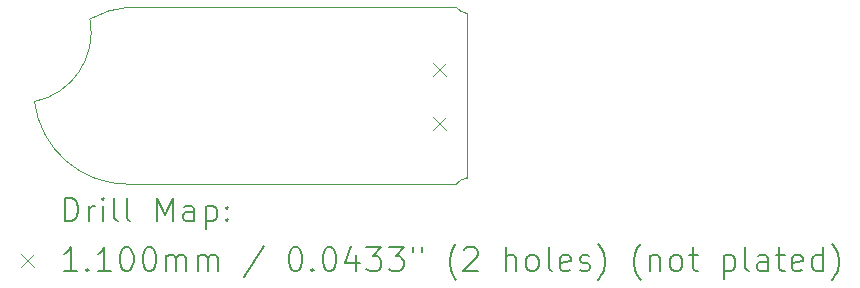
<source format=gbr>
%TF.GenerationSoftware,KiCad,Pcbnew,7.0.6*%
%TF.CreationDate,2023-08-02T13:54:50-07:00*%
%TF.ProjectId,ovrdrive,6f767264-7269-4766-952e-6b696361645f,rev?*%
%TF.SameCoordinates,Original*%
%TF.FileFunction,Drillmap*%
%TF.FilePolarity,Positive*%
%FSLAX45Y45*%
G04 Gerber Fmt 4.5, Leading zero omitted, Abs format (unit mm)*
G04 Created by KiCad (PCBNEW 7.0.6) date 2023-08-02 13:54:50*
%MOMM*%
%LPD*%
G01*
G04 APERTURE LIST*
%ADD10C,0.050000*%
%ADD11C,0.200000*%
%ADD12C,0.110000*%
G04 APERTURE END LIST*
D10*
X11579998Y-9662374D02*
G75*
G03*
X11250000Y-9762372I61552J-797626D01*
G01*
X11580000Y-11162372D02*
X14348446Y-11162372D01*
X10780005Y-10462372D02*
G75*
G03*
X11580000Y-11162372I793725J99972D01*
G01*
X14443451Y-11107373D02*
G75*
G03*
X14348452Y-11162372I32589J-165837D01*
G01*
X10780000Y-10462372D02*
G75*
G03*
X11250001Y-9762376I-119451J587989D01*
G01*
X14348452Y-9662371D02*
G75*
G03*
X14443451Y-9717372I127588J110831D01*
G01*
X14443446Y-9717372D02*
X14443446Y-11107372D01*
X11580000Y-9662372D02*
X14348446Y-9662372D01*
D11*
D12*
X14155000Y-10135000D02*
X14265000Y-10245000D01*
X14265000Y-10135000D02*
X14155000Y-10245000D01*
X14155000Y-10595000D02*
X14265000Y-10705000D01*
X14265000Y-10595000D02*
X14155000Y-10705000D01*
D11*
X11038277Y-11476380D02*
X11038277Y-11276380D01*
X11038277Y-11276380D02*
X11085896Y-11276380D01*
X11085896Y-11276380D02*
X11114467Y-11285904D01*
X11114467Y-11285904D02*
X11133515Y-11304952D01*
X11133515Y-11304952D02*
X11143039Y-11323999D01*
X11143039Y-11323999D02*
X11152562Y-11362094D01*
X11152562Y-11362094D02*
X11152562Y-11390666D01*
X11152562Y-11390666D02*
X11143039Y-11428761D01*
X11143039Y-11428761D02*
X11133515Y-11447809D01*
X11133515Y-11447809D02*
X11114467Y-11466856D01*
X11114467Y-11466856D02*
X11085896Y-11476380D01*
X11085896Y-11476380D02*
X11038277Y-11476380D01*
X11238277Y-11476380D02*
X11238277Y-11343047D01*
X11238277Y-11381142D02*
X11247800Y-11362094D01*
X11247800Y-11362094D02*
X11257324Y-11352571D01*
X11257324Y-11352571D02*
X11276372Y-11343047D01*
X11276372Y-11343047D02*
X11295420Y-11343047D01*
X11362086Y-11476380D02*
X11362086Y-11343047D01*
X11362086Y-11276380D02*
X11352562Y-11285904D01*
X11352562Y-11285904D02*
X11362086Y-11295428D01*
X11362086Y-11295428D02*
X11371610Y-11285904D01*
X11371610Y-11285904D02*
X11362086Y-11276380D01*
X11362086Y-11276380D02*
X11362086Y-11295428D01*
X11485896Y-11476380D02*
X11466848Y-11466856D01*
X11466848Y-11466856D02*
X11457324Y-11447809D01*
X11457324Y-11447809D02*
X11457324Y-11276380D01*
X11590658Y-11476380D02*
X11571610Y-11466856D01*
X11571610Y-11466856D02*
X11562086Y-11447809D01*
X11562086Y-11447809D02*
X11562086Y-11276380D01*
X11819229Y-11476380D02*
X11819229Y-11276380D01*
X11819229Y-11276380D02*
X11885896Y-11419237D01*
X11885896Y-11419237D02*
X11952562Y-11276380D01*
X11952562Y-11276380D02*
X11952562Y-11476380D01*
X12133515Y-11476380D02*
X12133515Y-11371618D01*
X12133515Y-11371618D02*
X12123991Y-11352571D01*
X12123991Y-11352571D02*
X12104943Y-11343047D01*
X12104943Y-11343047D02*
X12066848Y-11343047D01*
X12066848Y-11343047D02*
X12047800Y-11352571D01*
X12133515Y-11466856D02*
X12114467Y-11476380D01*
X12114467Y-11476380D02*
X12066848Y-11476380D01*
X12066848Y-11476380D02*
X12047800Y-11466856D01*
X12047800Y-11466856D02*
X12038277Y-11447809D01*
X12038277Y-11447809D02*
X12038277Y-11428761D01*
X12038277Y-11428761D02*
X12047800Y-11409714D01*
X12047800Y-11409714D02*
X12066848Y-11400190D01*
X12066848Y-11400190D02*
X12114467Y-11400190D01*
X12114467Y-11400190D02*
X12133515Y-11390666D01*
X12228753Y-11343047D02*
X12228753Y-11543047D01*
X12228753Y-11352571D02*
X12247800Y-11343047D01*
X12247800Y-11343047D02*
X12285896Y-11343047D01*
X12285896Y-11343047D02*
X12304943Y-11352571D01*
X12304943Y-11352571D02*
X12314467Y-11362094D01*
X12314467Y-11362094D02*
X12323991Y-11381142D01*
X12323991Y-11381142D02*
X12323991Y-11438285D01*
X12323991Y-11438285D02*
X12314467Y-11457333D01*
X12314467Y-11457333D02*
X12304943Y-11466856D01*
X12304943Y-11466856D02*
X12285896Y-11476380D01*
X12285896Y-11476380D02*
X12247800Y-11476380D01*
X12247800Y-11476380D02*
X12228753Y-11466856D01*
X12409705Y-11457333D02*
X12419229Y-11466856D01*
X12419229Y-11466856D02*
X12409705Y-11476380D01*
X12409705Y-11476380D02*
X12400181Y-11466856D01*
X12400181Y-11466856D02*
X12409705Y-11457333D01*
X12409705Y-11457333D02*
X12409705Y-11476380D01*
X12409705Y-11352571D02*
X12419229Y-11362094D01*
X12419229Y-11362094D02*
X12409705Y-11371618D01*
X12409705Y-11371618D02*
X12400181Y-11362094D01*
X12400181Y-11362094D02*
X12409705Y-11352571D01*
X12409705Y-11352571D02*
X12409705Y-11371618D01*
D12*
X10667500Y-11749896D02*
X10777500Y-11859896D01*
X10777500Y-11749896D02*
X10667500Y-11859896D01*
D11*
X11143039Y-11896380D02*
X11028753Y-11896380D01*
X11085896Y-11896380D02*
X11085896Y-11696380D01*
X11085896Y-11696380D02*
X11066848Y-11724952D01*
X11066848Y-11724952D02*
X11047801Y-11743999D01*
X11047801Y-11743999D02*
X11028753Y-11753523D01*
X11228753Y-11877333D02*
X11238277Y-11886856D01*
X11238277Y-11886856D02*
X11228753Y-11896380D01*
X11228753Y-11896380D02*
X11219229Y-11886856D01*
X11219229Y-11886856D02*
X11228753Y-11877333D01*
X11228753Y-11877333D02*
X11228753Y-11896380D01*
X11428753Y-11896380D02*
X11314467Y-11896380D01*
X11371610Y-11896380D02*
X11371610Y-11696380D01*
X11371610Y-11696380D02*
X11352562Y-11724952D01*
X11352562Y-11724952D02*
X11333515Y-11743999D01*
X11333515Y-11743999D02*
X11314467Y-11753523D01*
X11552562Y-11696380D02*
X11571610Y-11696380D01*
X11571610Y-11696380D02*
X11590658Y-11705904D01*
X11590658Y-11705904D02*
X11600181Y-11715428D01*
X11600181Y-11715428D02*
X11609705Y-11734475D01*
X11609705Y-11734475D02*
X11619229Y-11772571D01*
X11619229Y-11772571D02*
X11619229Y-11820190D01*
X11619229Y-11820190D02*
X11609705Y-11858285D01*
X11609705Y-11858285D02*
X11600181Y-11877333D01*
X11600181Y-11877333D02*
X11590658Y-11886856D01*
X11590658Y-11886856D02*
X11571610Y-11896380D01*
X11571610Y-11896380D02*
X11552562Y-11896380D01*
X11552562Y-11896380D02*
X11533515Y-11886856D01*
X11533515Y-11886856D02*
X11523991Y-11877333D01*
X11523991Y-11877333D02*
X11514467Y-11858285D01*
X11514467Y-11858285D02*
X11504943Y-11820190D01*
X11504943Y-11820190D02*
X11504943Y-11772571D01*
X11504943Y-11772571D02*
X11514467Y-11734475D01*
X11514467Y-11734475D02*
X11523991Y-11715428D01*
X11523991Y-11715428D02*
X11533515Y-11705904D01*
X11533515Y-11705904D02*
X11552562Y-11696380D01*
X11743039Y-11696380D02*
X11762086Y-11696380D01*
X11762086Y-11696380D02*
X11781134Y-11705904D01*
X11781134Y-11705904D02*
X11790658Y-11715428D01*
X11790658Y-11715428D02*
X11800181Y-11734475D01*
X11800181Y-11734475D02*
X11809705Y-11772571D01*
X11809705Y-11772571D02*
X11809705Y-11820190D01*
X11809705Y-11820190D02*
X11800181Y-11858285D01*
X11800181Y-11858285D02*
X11790658Y-11877333D01*
X11790658Y-11877333D02*
X11781134Y-11886856D01*
X11781134Y-11886856D02*
X11762086Y-11896380D01*
X11762086Y-11896380D02*
X11743039Y-11896380D01*
X11743039Y-11896380D02*
X11723991Y-11886856D01*
X11723991Y-11886856D02*
X11714467Y-11877333D01*
X11714467Y-11877333D02*
X11704943Y-11858285D01*
X11704943Y-11858285D02*
X11695420Y-11820190D01*
X11695420Y-11820190D02*
X11695420Y-11772571D01*
X11695420Y-11772571D02*
X11704943Y-11734475D01*
X11704943Y-11734475D02*
X11714467Y-11715428D01*
X11714467Y-11715428D02*
X11723991Y-11705904D01*
X11723991Y-11705904D02*
X11743039Y-11696380D01*
X11895420Y-11896380D02*
X11895420Y-11763047D01*
X11895420Y-11782094D02*
X11904943Y-11772571D01*
X11904943Y-11772571D02*
X11923991Y-11763047D01*
X11923991Y-11763047D02*
X11952562Y-11763047D01*
X11952562Y-11763047D02*
X11971610Y-11772571D01*
X11971610Y-11772571D02*
X11981134Y-11791618D01*
X11981134Y-11791618D02*
X11981134Y-11896380D01*
X11981134Y-11791618D02*
X11990658Y-11772571D01*
X11990658Y-11772571D02*
X12009705Y-11763047D01*
X12009705Y-11763047D02*
X12038277Y-11763047D01*
X12038277Y-11763047D02*
X12057324Y-11772571D01*
X12057324Y-11772571D02*
X12066848Y-11791618D01*
X12066848Y-11791618D02*
X12066848Y-11896380D01*
X12162086Y-11896380D02*
X12162086Y-11763047D01*
X12162086Y-11782094D02*
X12171610Y-11772571D01*
X12171610Y-11772571D02*
X12190658Y-11763047D01*
X12190658Y-11763047D02*
X12219229Y-11763047D01*
X12219229Y-11763047D02*
X12238277Y-11772571D01*
X12238277Y-11772571D02*
X12247801Y-11791618D01*
X12247801Y-11791618D02*
X12247801Y-11896380D01*
X12247801Y-11791618D02*
X12257324Y-11772571D01*
X12257324Y-11772571D02*
X12276372Y-11763047D01*
X12276372Y-11763047D02*
X12304943Y-11763047D01*
X12304943Y-11763047D02*
X12323991Y-11772571D01*
X12323991Y-11772571D02*
X12333515Y-11791618D01*
X12333515Y-11791618D02*
X12333515Y-11896380D01*
X12723991Y-11686856D02*
X12552563Y-11943999D01*
X12981134Y-11696380D02*
X13000182Y-11696380D01*
X13000182Y-11696380D02*
X13019229Y-11705904D01*
X13019229Y-11705904D02*
X13028753Y-11715428D01*
X13028753Y-11715428D02*
X13038277Y-11734475D01*
X13038277Y-11734475D02*
X13047801Y-11772571D01*
X13047801Y-11772571D02*
X13047801Y-11820190D01*
X13047801Y-11820190D02*
X13038277Y-11858285D01*
X13038277Y-11858285D02*
X13028753Y-11877333D01*
X13028753Y-11877333D02*
X13019229Y-11886856D01*
X13019229Y-11886856D02*
X13000182Y-11896380D01*
X13000182Y-11896380D02*
X12981134Y-11896380D01*
X12981134Y-11896380D02*
X12962086Y-11886856D01*
X12962086Y-11886856D02*
X12952563Y-11877333D01*
X12952563Y-11877333D02*
X12943039Y-11858285D01*
X12943039Y-11858285D02*
X12933515Y-11820190D01*
X12933515Y-11820190D02*
X12933515Y-11772571D01*
X12933515Y-11772571D02*
X12943039Y-11734475D01*
X12943039Y-11734475D02*
X12952563Y-11715428D01*
X12952563Y-11715428D02*
X12962086Y-11705904D01*
X12962086Y-11705904D02*
X12981134Y-11696380D01*
X13133515Y-11877333D02*
X13143039Y-11886856D01*
X13143039Y-11886856D02*
X13133515Y-11896380D01*
X13133515Y-11896380D02*
X13123991Y-11886856D01*
X13123991Y-11886856D02*
X13133515Y-11877333D01*
X13133515Y-11877333D02*
X13133515Y-11896380D01*
X13266848Y-11696380D02*
X13285896Y-11696380D01*
X13285896Y-11696380D02*
X13304944Y-11705904D01*
X13304944Y-11705904D02*
X13314467Y-11715428D01*
X13314467Y-11715428D02*
X13323991Y-11734475D01*
X13323991Y-11734475D02*
X13333515Y-11772571D01*
X13333515Y-11772571D02*
X13333515Y-11820190D01*
X13333515Y-11820190D02*
X13323991Y-11858285D01*
X13323991Y-11858285D02*
X13314467Y-11877333D01*
X13314467Y-11877333D02*
X13304944Y-11886856D01*
X13304944Y-11886856D02*
X13285896Y-11896380D01*
X13285896Y-11896380D02*
X13266848Y-11896380D01*
X13266848Y-11896380D02*
X13247801Y-11886856D01*
X13247801Y-11886856D02*
X13238277Y-11877333D01*
X13238277Y-11877333D02*
X13228753Y-11858285D01*
X13228753Y-11858285D02*
X13219229Y-11820190D01*
X13219229Y-11820190D02*
X13219229Y-11772571D01*
X13219229Y-11772571D02*
X13228753Y-11734475D01*
X13228753Y-11734475D02*
X13238277Y-11715428D01*
X13238277Y-11715428D02*
X13247801Y-11705904D01*
X13247801Y-11705904D02*
X13266848Y-11696380D01*
X13504944Y-11763047D02*
X13504944Y-11896380D01*
X13457324Y-11686856D02*
X13409705Y-11829714D01*
X13409705Y-11829714D02*
X13533515Y-11829714D01*
X13590658Y-11696380D02*
X13714467Y-11696380D01*
X13714467Y-11696380D02*
X13647801Y-11772571D01*
X13647801Y-11772571D02*
X13676372Y-11772571D01*
X13676372Y-11772571D02*
X13695420Y-11782094D01*
X13695420Y-11782094D02*
X13704944Y-11791618D01*
X13704944Y-11791618D02*
X13714467Y-11810666D01*
X13714467Y-11810666D02*
X13714467Y-11858285D01*
X13714467Y-11858285D02*
X13704944Y-11877333D01*
X13704944Y-11877333D02*
X13695420Y-11886856D01*
X13695420Y-11886856D02*
X13676372Y-11896380D01*
X13676372Y-11896380D02*
X13619229Y-11896380D01*
X13619229Y-11896380D02*
X13600182Y-11886856D01*
X13600182Y-11886856D02*
X13590658Y-11877333D01*
X13781134Y-11696380D02*
X13904944Y-11696380D01*
X13904944Y-11696380D02*
X13838277Y-11772571D01*
X13838277Y-11772571D02*
X13866848Y-11772571D01*
X13866848Y-11772571D02*
X13885896Y-11782094D01*
X13885896Y-11782094D02*
X13895420Y-11791618D01*
X13895420Y-11791618D02*
X13904944Y-11810666D01*
X13904944Y-11810666D02*
X13904944Y-11858285D01*
X13904944Y-11858285D02*
X13895420Y-11877333D01*
X13895420Y-11877333D02*
X13885896Y-11886856D01*
X13885896Y-11886856D02*
X13866848Y-11896380D01*
X13866848Y-11896380D02*
X13809705Y-11896380D01*
X13809705Y-11896380D02*
X13790658Y-11886856D01*
X13790658Y-11886856D02*
X13781134Y-11877333D01*
X13981134Y-11696380D02*
X13981134Y-11734475D01*
X14057325Y-11696380D02*
X14057325Y-11734475D01*
X14352563Y-11972571D02*
X14343039Y-11963047D01*
X14343039Y-11963047D02*
X14323991Y-11934475D01*
X14323991Y-11934475D02*
X14314467Y-11915428D01*
X14314467Y-11915428D02*
X14304944Y-11886856D01*
X14304944Y-11886856D02*
X14295420Y-11839237D01*
X14295420Y-11839237D02*
X14295420Y-11801142D01*
X14295420Y-11801142D02*
X14304944Y-11753523D01*
X14304944Y-11753523D02*
X14314467Y-11724952D01*
X14314467Y-11724952D02*
X14323991Y-11705904D01*
X14323991Y-11705904D02*
X14343039Y-11677333D01*
X14343039Y-11677333D02*
X14352563Y-11667809D01*
X14419229Y-11715428D02*
X14428753Y-11705904D01*
X14428753Y-11705904D02*
X14447801Y-11696380D01*
X14447801Y-11696380D02*
X14495420Y-11696380D01*
X14495420Y-11696380D02*
X14514467Y-11705904D01*
X14514467Y-11705904D02*
X14523991Y-11715428D01*
X14523991Y-11715428D02*
X14533515Y-11734475D01*
X14533515Y-11734475D02*
X14533515Y-11753523D01*
X14533515Y-11753523D02*
X14523991Y-11782094D01*
X14523991Y-11782094D02*
X14409706Y-11896380D01*
X14409706Y-11896380D02*
X14533515Y-11896380D01*
X14771610Y-11896380D02*
X14771610Y-11696380D01*
X14857325Y-11896380D02*
X14857325Y-11791618D01*
X14857325Y-11791618D02*
X14847801Y-11772571D01*
X14847801Y-11772571D02*
X14828753Y-11763047D01*
X14828753Y-11763047D02*
X14800182Y-11763047D01*
X14800182Y-11763047D02*
X14781134Y-11772571D01*
X14781134Y-11772571D02*
X14771610Y-11782094D01*
X14981134Y-11896380D02*
X14962087Y-11886856D01*
X14962087Y-11886856D02*
X14952563Y-11877333D01*
X14952563Y-11877333D02*
X14943039Y-11858285D01*
X14943039Y-11858285D02*
X14943039Y-11801142D01*
X14943039Y-11801142D02*
X14952563Y-11782094D01*
X14952563Y-11782094D02*
X14962087Y-11772571D01*
X14962087Y-11772571D02*
X14981134Y-11763047D01*
X14981134Y-11763047D02*
X15009706Y-11763047D01*
X15009706Y-11763047D02*
X15028753Y-11772571D01*
X15028753Y-11772571D02*
X15038277Y-11782094D01*
X15038277Y-11782094D02*
X15047801Y-11801142D01*
X15047801Y-11801142D02*
X15047801Y-11858285D01*
X15047801Y-11858285D02*
X15038277Y-11877333D01*
X15038277Y-11877333D02*
X15028753Y-11886856D01*
X15028753Y-11886856D02*
X15009706Y-11896380D01*
X15009706Y-11896380D02*
X14981134Y-11896380D01*
X15162087Y-11896380D02*
X15143039Y-11886856D01*
X15143039Y-11886856D02*
X15133515Y-11867809D01*
X15133515Y-11867809D02*
X15133515Y-11696380D01*
X15314468Y-11886856D02*
X15295420Y-11896380D01*
X15295420Y-11896380D02*
X15257325Y-11896380D01*
X15257325Y-11896380D02*
X15238277Y-11886856D01*
X15238277Y-11886856D02*
X15228753Y-11867809D01*
X15228753Y-11867809D02*
X15228753Y-11791618D01*
X15228753Y-11791618D02*
X15238277Y-11772571D01*
X15238277Y-11772571D02*
X15257325Y-11763047D01*
X15257325Y-11763047D02*
X15295420Y-11763047D01*
X15295420Y-11763047D02*
X15314468Y-11772571D01*
X15314468Y-11772571D02*
X15323991Y-11791618D01*
X15323991Y-11791618D02*
X15323991Y-11810666D01*
X15323991Y-11810666D02*
X15228753Y-11829714D01*
X15400182Y-11886856D02*
X15419229Y-11896380D01*
X15419229Y-11896380D02*
X15457325Y-11896380D01*
X15457325Y-11896380D02*
X15476372Y-11886856D01*
X15476372Y-11886856D02*
X15485896Y-11867809D01*
X15485896Y-11867809D02*
X15485896Y-11858285D01*
X15485896Y-11858285D02*
X15476372Y-11839237D01*
X15476372Y-11839237D02*
X15457325Y-11829714D01*
X15457325Y-11829714D02*
X15428753Y-11829714D01*
X15428753Y-11829714D02*
X15409706Y-11820190D01*
X15409706Y-11820190D02*
X15400182Y-11801142D01*
X15400182Y-11801142D02*
X15400182Y-11791618D01*
X15400182Y-11791618D02*
X15409706Y-11772571D01*
X15409706Y-11772571D02*
X15428753Y-11763047D01*
X15428753Y-11763047D02*
X15457325Y-11763047D01*
X15457325Y-11763047D02*
X15476372Y-11772571D01*
X15552563Y-11972571D02*
X15562087Y-11963047D01*
X15562087Y-11963047D02*
X15581134Y-11934475D01*
X15581134Y-11934475D02*
X15590658Y-11915428D01*
X15590658Y-11915428D02*
X15600182Y-11886856D01*
X15600182Y-11886856D02*
X15609706Y-11839237D01*
X15609706Y-11839237D02*
X15609706Y-11801142D01*
X15609706Y-11801142D02*
X15600182Y-11753523D01*
X15600182Y-11753523D02*
X15590658Y-11724952D01*
X15590658Y-11724952D02*
X15581134Y-11705904D01*
X15581134Y-11705904D02*
X15562087Y-11677333D01*
X15562087Y-11677333D02*
X15552563Y-11667809D01*
X15914468Y-11972571D02*
X15904944Y-11963047D01*
X15904944Y-11963047D02*
X15885896Y-11934475D01*
X15885896Y-11934475D02*
X15876372Y-11915428D01*
X15876372Y-11915428D02*
X15866849Y-11886856D01*
X15866849Y-11886856D02*
X15857325Y-11839237D01*
X15857325Y-11839237D02*
X15857325Y-11801142D01*
X15857325Y-11801142D02*
X15866849Y-11753523D01*
X15866849Y-11753523D02*
X15876372Y-11724952D01*
X15876372Y-11724952D02*
X15885896Y-11705904D01*
X15885896Y-11705904D02*
X15904944Y-11677333D01*
X15904944Y-11677333D02*
X15914468Y-11667809D01*
X15990658Y-11763047D02*
X15990658Y-11896380D01*
X15990658Y-11782094D02*
X16000182Y-11772571D01*
X16000182Y-11772571D02*
X16019229Y-11763047D01*
X16019229Y-11763047D02*
X16047801Y-11763047D01*
X16047801Y-11763047D02*
X16066849Y-11772571D01*
X16066849Y-11772571D02*
X16076372Y-11791618D01*
X16076372Y-11791618D02*
X16076372Y-11896380D01*
X16200182Y-11896380D02*
X16181134Y-11886856D01*
X16181134Y-11886856D02*
X16171610Y-11877333D01*
X16171610Y-11877333D02*
X16162087Y-11858285D01*
X16162087Y-11858285D02*
X16162087Y-11801142D01*
X16162087Y-11801142D02*
X16171610Y-11782094D01*
X16171610Y-11782094D02*
X16181134Y-11772571D01*
X16181134Y-11772571D02*
X16200182Y-11763047D01*
X16200182Y-11763047D02*
X16228753Y-11763047D01*
X16228753Y-11763047D02*
X16247801Y-11772571D01*
X16247801Y-11772571D02*
X16257325Y-11782094D01*
X16257325Y-11782094D02*
X16266849Y-11801142D01*
X16266849Y-11801142D02*
X16266849Y-11858285D01*
X16266849Y-11858285D02*
X16257325Y-11877333D01*
X16257325Y-11877333D02*
X16247801Y-11886856D01*
X16247801Y-11886856D02*
X16228753Y-11896380D01*
X16228753Y-11896380D02*
X16200182Y-11896380D01*
X16323991Y-11763047D02*
X16400182Y-11763047D01*
X16352563Y-11696380D02*
X16352563Y-11867809D01*
X16352563Y-11867809D02*
X16362087Y-11886856D01*
X16362087Y-11886856D02*
X16381134Y-11896380D01*
X16381134Y-11896380D02*
X16400182Y-11896380D01*
X16619230Y-11763047D02*
X16619230Y-11963047D01*
X16619230Y-11772571D02*
X16638277Y-11763047D01*
X16638277Y-11763047D02*
X16676372Y-11763047D01*
X16676372Y-11763047D02*
X16695420Y-11772571D01*
X16695420Y-11772571D02*
X16704944Y-11782094D01*
X16704944Y-11782094D02*
X16714468Y-11801142D01*
X16714468Y-11801142D02*
X16714468Y-11858285D01*
X16714468Y-11858285D02*
X16704944Y-11877333D01*
X16704944Y-11877333D02*
X16695420Y-11886856D01*
X16695420Y-11886856D02*
X16676372Y-11896380D01*
X16676372Y-11896380D02*
X16638277Y-11896380D01*
X16638277Y-11896380D02*
X16619230Y-11886856D01*
X16828753Y-11896380D02*
X16809706Y-11886856D01*
X16809706Y-11886856D02*
X16800182Y-11867809D01*
X16800182Y-11867809D02*
X16800182Y-11696380D01*
X16990658Y-11896380D02*
X16990658Y-11791618D01*
X16990658Y-11791618D02*
X16981134Y-11772571D01*
X16981134Y-11772571D02*
X16962087Y-11763047D01*
X16962087Y-11763047D02*
X16923992Y-11763047D01*
X16923992Y-11763047D02*
X16904944Y-11772571D01*
X16990658Y-11886856D02*
X16971611Y-11896380D01*
X16971611Y-11896380D02*
X16923992Y-11896380D01*
X16923992Y-11896380D02*
X16904944Y-11886856D01*
X16904944Y-11886856D02*
X16895420Y-11867809D01*
X16895420Y-11867809D02*
X16895420Y-11848761D01*
X16895420Y-11848761D02*
X16904944Y-11829714D01*
X16904944Y-11829714D02*
X16923992Y-11820190D01*
X16923992Y-11820190D02*
X16971611Y-11820190D01*
X16971611Y-11820190D02*
X16990658Y-11810666D01*
X17057325Y-11763047D02*
X17133515Y-11763047D01*
X17085896Y-11696380D02*
X17085896Y-11867809D01*
X17085896Y-11867809D02*
X17095420Y-11886856D01*
X17095420Y-11886856D02*
X17114468Y-11896380D01*
X17114468Y-11896380D02*
X17133515Y-11896380D01*
X17276373Y-11886856D02*
X17257325Y-11896380D01*
X17257325Y-11896380D02*
X17219230Y-11896380D01*
X17219230Y-11896380D02*
X17200182Y-11886856D01*
X17200182Y-11886856D02*
X17190658Y-11867809D01*
X17190658Y-11867809D02*
X17190658Y-11791618D01*
X17190658Y-11791618D02*
X17200182Y-11772571D01*
X17200182Y-11772571D02*
X17219230Y-11763047D01*
X17219230Y-11763047D02*
X17257325Y-11763047D01*
X17257325Y-11763047D02*
X17276373Y-11772571D01*
X17276373Y-11772571D02*
X17285896Y-11791618D01*
X17285896Y-11791618D02*
X17285896Y-11810666D01*
X17285896Y-11810666D02*
X17190658Y-11829714D01*
X17457325Y-11896380D02*
X17457325Y-11696380D01*
X17457325Y-11886856D02*
X17438277Y-11896380D01*
X17438277Y-11896380D02*
X17400182Y-11896380D01*
X17400182Y-11896380D02*
X17381134Y-11886856D01*
X17381134Y-11886856D02*
X17371611Y-11877333D01*
X17371611Y-11877333D02*
X17362087Y-11858285D01*
X17362087Y-11858285D02*
X17362087Y-11801142D01*
X17362087Y-11801142D02*
X17371611Y-11782094D01*
X17371611Y-11782094D02*
X17381134Y-11772571D01*
X17381134Y-11772571D02*
X17400182Y-11763047D01*
X17400182Y-11763047D02*
X17438277Y-11763047D01*
X17438277Y-11763047D02*
X17457325Y-11772571D01*
X17533515Y-11972571D02*
X17543039Y-11963047D01*
X17543039Y-11963047D02*
X17562087Y-11934475D01*
X17562087Y-11934475D02*
X17571611Y-11915428D01*
X17571611Y-11915428D02*
X17581134Y-11886856D01*
X17581134Y-11886856D02*
X17590658Y-11839237D01*
X17590658Y-11839237D02*
X17590658Y-11801142D01*
X17590658Y-11801142D02*
X17581134Y-11753523D01*
X17581134Y-11753523D02*
X17571611Y-11724952D01*
X17571611Y-11724952D02*
X17562087Y-11705904D01*
X17562087Y-11705904D02*
X17543039Y-11677333D01*
X17543039Y-11677333D02*
X17533515Y-11667809D01*
M02*

</source>
